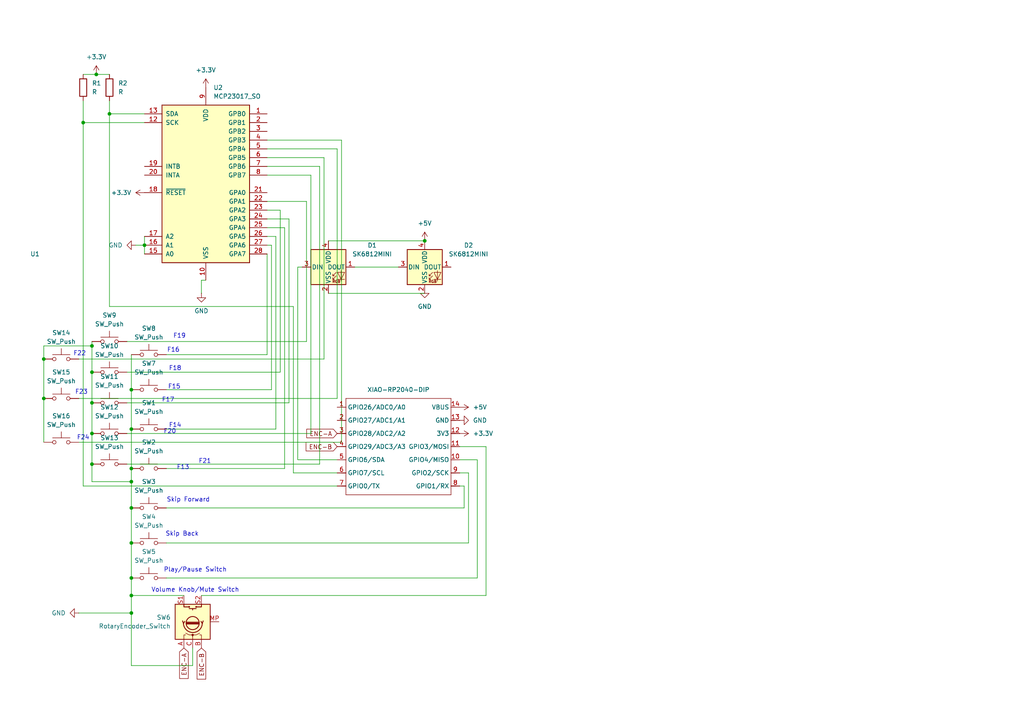
<source format=kicad_sch>
(kicad_sch (version 20250114) (generator "eeschema") (generator_version "9.0")
  (paper "A4")
  (lib_symbols
    (symbol "Device:R" (pin_numbers (hide yes)) (pin_names (offset 0))
      (property "Reference" "R" (at 2.032 0 90))
      (property "Value" "R" (at 0 0 90))
      (symbol "R_0_1"
        (rectangle (start -1.016 -2.54) (end 1.016 2.54) (stroke (width 0.254)))
      )
      (symbol "R_1_1"
        (pin passive line (at 0 3.81 270) (length 1.27) (name "~") (number "1"))
        (pin passive line (at 0 -3.81 90) (length 1.27) (name "~") (number "2"))
      )
    )
    (symbol "Device:RotaryEncoder_Switch_MP" (pin_names (offset 0.254) (hide yes))
      (property "Reference" "SW" (at 0 8.89 0))
      (property "Value" "RotaryEncoder_Switch_MP" (at 0 6.35 0))
      (symbol "RotaryEncoder_Switch_MP_0_1"
        (rectangle (start -5.08 5.08) (end 5.08 -5.08) (stroke (width 0.254)) (fill (type background)))
        (polyline (pts (xy -5.08 2.54) (xy -3.81 2.54) (xy -3.81 2.032)))
        (polyline (pts (xy -5.08 0) (xy -3.81 0) (xy -3.81 -1.016) (xy -3.302 -2.032)))
        (polyline (pts (xy -5.08 -2.54) (xy -3.81 -2.54) (xy -3.81 -2.032)))
        (polyline (pts (xy -4.318 0) (xy -3.81 0) (xy -3.81 1.016) (xy -3.302 2.032)))
        (circle (center -3.81 0) (radius 0.254) (fill (type outline)))
        (polyline (pts (xy -0.635 -1.778) (xy -0.635 1.778)) (stroke (width 0.254)))
        (circle (center -0.381 0) (radius 1.905) (stroke (width 0.254)))
        (polyline (pts (xy -0.381 -1.778) (xy -0.381 1.778)) (stroke (width 0.254)))
        (arc (start -0.381 -2.794) (mid -3.0988 -0.0635) (end -0.381 2.667) (stroke (width 0.254)))
        (polyline (pts (xy -0.127 1.778) (xy -0.127 -1.778)) (stroke (width 0.254)))
        (polyline (pts (xy 0.254 2.921) (xy -0.508 2.667) (xy 0.127 2.286)) (stroke (width 0.254)))
        (polyline (pts (xy 0.254 -3.048) (xy -0.508 -2.794) (xy 0.127 -2.413)) (stroke (width 0.254)))
        (polyline (pts (xy 3.81 1.016) (xy 3.81 -1.016)) (stroke (width 0.254)))
        (polyline (pts (xy 3.81 0) (xy 3.429 0)) (stroke (width 0.254)))
        (circle (center 4.318 1.016) (radius 0.127) (stroke (width 0.254)))
        (circle (center 4.318 -1.016) (radius 0.127) (stroke (width 0.254)))
        (polyline (pts (xy 5.08 2.54) (xy 4.318 2.54) (xy 4.318 1.016)) (stroke (width 0.254)))
        (polyline (pts (xy 5.08 -2.54) (xy 4.318 -2.54) (xy 4.318 -1.016)) (stroke (width 0.254)))
      )
      (symbol "RotaryEncoder_Switch_MP_1_1"
        (pin passive line (at -7.62 2.54 0) (length 2.54) (name "A") (number "A"))
        (pin passive line (at -7.62 0 0) (length 2.54) (name "C") (number "C"))
        (pin passive line (at -7.62 -2.54 0) (length 2.54) (name "B") (number "B"))
        (pin passive line (at 0 -7.62 90) (length 2.54) (name "MP") (number "MP"))
        (pin passive line (at 7.62 2.54 180) (length 2.54) (name "S1") (number "S1"))
        (pin passive line (at 7.62 -2.54 180) (length 2.54) (name "S2") (number "S2"))
      )
    )
    (symbol "Interface_Expansion:MCP23017_SO" (pin_names (offset 1.016))
      (property "Reference" "U" (at -11.43 24.13 0))
      (property "Value" "MCP23017_SO" (at 0 0 0))
      (symbol "MCP23017_SO_0_1"
        (rectangle (start -12.7 22.86) (end 12.7 -22.86) (stroke (width 0.254)) (fill (type background)))
      )
      (symbol "MCP23017_SO_1_1"
        (pin bidirectional line (at -17.78 20.32 0) (length 5.08) (name "SDA") (number "13"))
        (pin input line (at -17.78 17.78 0) (length 5.08) (name "SCK") (number "12"))
        (pin tri_state line (at -17.78 5.08 0) (length 5.08) (name "INTB") (number "19"))
        (pin tri_state line (at -17.78 2.54 0) (length 5.08) (name "INTA") (number "20"))
        (pin input line (at -17.78 -2.54 0) (length 5.08) (name "~{RESET}") (number "18"))
        (pin input line (at -17.78 -15.24 0) (length 5.08) (name "A2") (number "17"))
        (pin input line (at -17.78 -17.78 0) (length 5.08) (name "A1") (number "16"))
        (pin input line (at -17.78 -20.32 0) (length 5.08) (name "A0") (number "15"))
        (pin no_connect line (at -12.7 15.24 0) (length 5.08) (hide yes) (name "NC") (number "11"))
        (pin no_connect line (at -12.7 12.7 0) (length 5.08) (hide yes) (name "NC") (number "14"))
        (pin power_in line (at 0 27.94 270) (length 5.08) (name "VDD") (number "9"))
        (pin power_in line (at 0 -27.94 90) (length 5.08) (name "VSS") (number "10"))
        (pin bidirectional line (at 17.78 20.32 180) (length 5.08) (name "GPB0") (number "1"))
        (pin bidirectional line (at 17.78 17.78 180) (length 5.08) (name "GPB1") (number "2"))
        (pin bidirectional line (at 17.78 15.24 180) (length 5.08) (name "GPB2") (number "3"))
        (pin bidirectional line (at 17.78 12.7 180) (length 5.08) (name "GPB3") (number "4"))
        (pin bidirectional line (at 17.78 10.16 180) (length 5.08) (name "GPB4") (number "5"))
        (pin bidirectional line (at 17.78 7.62 180) (length 5.08) (name "GPB5") (number "6"))
        (pin bidirectional line (at 17.78 5.08 180) (length 5.08) (name "GPB6") (number "7"))
        (pin output line (at 17.78 2.54 180) (length 5.08) (name "GPB7") (number "8"))
        (pin bidirectional line (at 17.78 -2.54 180) (length 5.08) (name "GPA0") (number "21"))
        (pin bidirectional line (at 17.78 -5.08 180) (length 5.08) (name "GPA1") (number "22"))
        (pin bidirectional line (at 17.78 -7.62 180) (length 5.08) (name "GPA2") (number "23"))
        (pin bidirectional line (at 17.78 -10.16 180) (length 5.08) (name "GPA3") (number "24"))
        (pin bidirectional line (at 17.78 -12.7 180) (length 5.08) (name "GPA4") (number "25"))
        (pin bidirectional line (at 17.78 -15.24 180) (length 5.08) (name "GPA5") (number "26"))
        (pin bidirectional line (at 17.78 -17.78 180) (length 5.08) (name "GPA6") (number "27"))
        (pin output line (at 17.78 -20.32 180) (length 5.08) (name "GPA7") (number "28"))
      )
    )
    (symbol "LED:SK6812MINI" (pin_names (offset 0.254))
      (property "Reference" "D" (at 5.08 5.715 0))
      (property "Value" "SK6812MINI" (at 1.27 -5.715 0))
      (symbol "SK6812MINI_0_0"
        (text "RGB" (at 2.286 -4.191 0) (effects (font (size 0.762 0.762))))
      )
      (symbol "SK6812MINI_0_1"
        (polyline (pts (xy 1.27 -2.54) (xy 1.778 -2.54)))
        (polyline (pts (xy 1.27 -3.556) (xy 1.778 -3.556)))
        (polyline (pts (xy 2.286 -1.524) (xy 1.27 -2.54) (xy 1.27 -2.032)))
        (polyline (pts (xy 2.286 -2.54) (xy 1.27 -3.556) (xy 1.27 -3.048)))
        (polyline (pts (xy 3.683 -1.016) (xy 3.683 -3.556) (xy 3.683 -4.064)))
        (polyline (pts (xy 4.699 -1.524) (xy 2.667 -1.524) (xy 3.683 -3.556) (xy 4.699 -1.524)))
        (polyline (pts (xy 4.699 -3.556) (xy 2.667 -3.556)))
        (rectangle (start 5.08 5.08) (end -5.08 -5.08) (stroke (width 0.254)) (fill (type background)))
      )
      (symbol "SK6812MINI_1_1"
        (pin input line (at -7.62 0 0) (length 2.54) (name "DIN") (number "3"))
        (pin power_in line (at 0 7.62 270) (length 2.54) (name "VDD") (number "4"))
        (pin power_in line (at 0 -7.62 90) (length 2.54) (name "VSS") (number "2"))
        (pin output line (at 7.62 0 180) (length 2.54) (name "DOUT") (number "1"))
      )
    )
    (symbol "OPL:XIAO-RP2040-DIP"
      (property "Reference" "U" (at 0 0 0))
      (property "Value" "XIAO-RP2040-DIP" (at 5.334 -1.778 0))
      (symbol "XIAO-RP2040-DIP_1_0"
        (polyline (pts (xy -1.27 -2.54) (xy 29.21 -2.54)) (stroke (width 0.1524)))
        (polyline (pts (xy -1.27 -5.08) (xy -2.54 -5.08)) (stroke (width 0.1524)))
        (polyline (pts (xy -1.27 -5.08) (xy -1.27 -2.54)) (stroke (width 0.1524)))
        (polyline (pts (xy -1.27 -8.89) (xy -2.54 -8.89)) (stroke (width 0.1524)))
        (polyline (pts (xy -1.27 -8.89) (xy -1.27 -5.08)) (stroke (width 0.1524)))
        (polyline (pts (xy -1.27 -12.7) (xy -2.54 -12.7)) (stroke (width 0.1524)))
        (polyline (pts (xy -1.27 -12.7) (xy -1.27 -8.89)) (stroke (width 0.1524)))
        (polyline (pts (xy -1.27 -16.51) (xy -2.54 -16.51)) (stroke (width 0.1524)))
        (polyline (pts (xy -1.27 -16.51) (xy -1.27 -12.7)) (stroke (width 0.1524)))
        (polyline (pts (xy -1.27 -20.32) (xy -2.54 -20.32)) (stroke (width 0.1524)))
        (polyline (pts (xy -1.27 -24.13) (xy -2.54 -24.13)) (stroke (width 0.1524)))
        (polyline (pts (xy -1.27 -27.94) (xy -2.54 -27.94)) (stroke (width 0.1524)))
        (polyline (pts (xy -1.27 -30.48) (xy -1.27 -16.51)) (stroke (width 0.1524)))
        (polyline (pts (xy 29.21 -2.54) (xy 29.21 -5.08)) (stroke (width 0.1524)))
        (polyline (pts (xy 29.21 -5.08) (xy 29.21 -8.89)) (stroke (width 0.1524)))
        (polyline (pts (xy 29.21 -8.89) (xy 29.21 -12.7)) (stroke (width 0.1524)))
        (polyline (pts (xy 29.21 -12.7) (xy 29.21 -30.48)) (stroke (width 0.1524)))
        (polyline (pts (xy 29.21 -30.48) (xy -1.27 -30.48)) (stroke (width 0.1524)))
        (polyline (pts (xy 30.48 -5.08) (xy 29.21 -5.08)) (stroke (width 0.1524)))
        (polyline (pts (xy 30.48 -8.89) (xy 29.21 -8.89)) (stroke (width 0.1524)))
        (polyline (pts (xy 30.48 -12.7) (xy 29.21 -12.7)) (stroke (width 0.1524)))
        (polyline (pts (xy 30.48 -16.51) (xy 29.21 -16.51)) (stroke (width 0.1524)))
        (polyline (pts (xy 30.48 -20.32) (xy 29.21 -20.32)) (stroke (width 0.1524)))
        (polyline (pts (xy 30.48 -24.13) (xy 29.21 -24.13)) (stroke (width 0.1524)))
        (polyline (pts (xy 30.48 -27.94) (xy 29.21 -27.94)) (stroke (width 0.1524)))
        (pin passive line (at -3.81 -5.08 0) (length 2.54) (name "GPIO26/ADC0/A0") (number "1"))
        (pin passive line (at -3.81 -8.89 0) (length 2.54) (name "GPIO27/ADC1/A1") (number "2"))
        (pin passive line (at -3.81 -12.7 0) (length 2.54) (name "GPIO28/ADC2/A2") (number "3"))
        (pin passive line (at -3.81 -16.51 0) (length 2.54) (name "GPIO29/ADC3/A3") (number "4"))
        (pin passive line (at -3.81 -20.32 0) (length 2.54) (name "GPIO6/SDA") (number "5"))
        (pin passive line (at -3.81 -24.13 0) (length 2.54) (name "GPIO7/SCL") (number "6"))
        (pin passive line (at -3.81 -27.94 0) (length 2.54) (name "GPIO0/TX") (number "7"))
        (pin passive line (at 31.75 -5.08 180) (length 2.54) (name "VBUS") (number "14"))
        (pin passive line (at 31.75 -8.89 180) (length 2.54) (name "GND") (number "13"))
        (pin passive line (at 31.75 -12.7 180) (length 2.54) (name "3V3") (number "12"))
        (pin passive line (at 31.75 -16.51 180) (length 2.54) (name "GPIO3/MOSI") (number "11"))
        (pin passive line (at 31.75 -20.32 180) (length 2.54) (name "GPIO4/MISO") (number "10"))
        (pin passive line (at 31.75 -24.13 180) (length 2.54) (name "GPIO2/SCK") (number "9"))
        (pin passive line (at 31.75 -27.94 180) (length 2.54) (name "GPIO1/RX") (number "8"))
      )
    )
    (symbol "Switch:SW_Push" (pin_numbers (hide yes)) (pin_names (offset 1.016) (hide yes))
      (property "Reference" "SW" (at 1.27 2.54 0))
      (property "Value" "SW_Push" (at 0 -1.524 0))
      (symbol "SW_Push_0_1"
        (circle (center -2.032 0) (radius 0.508))
        (polyline (pts (xy 0 1.27) (xy 0 3.048)))
        (circle (center 2.032 0) (radius 0.508))
        (polyline (pts (xy 2.54 1.27) (xy -2.54 1.27)))
        (pin passive line (at -5.08 0 0) (length 2.54) (name "1") (number "1"))
        (pin passive line (at 5.08 0 180) (length 2.54) (name "2") (number "2"))
      )
    )
    (symbol "power:+3.3V" (power) (pin_numbers (hide yes)) (pin_names (offset 0) (hide yes))
      (property "Value" "+3.3V" (at 0 3.556 0))
      (symbol "+3.3V_0_1"
        (polyline (pts (xy -0.762 1.27) (xy 0 2.54)))
        (polyline (pts (xy 0 2.54) (xy 0.762 1.27)))
        (polyline (pts (xy 0 0) (xy 0 2.54)))
      )
      (symbol "+3.3V_1_1"
        (pin power_in line (at 0 0 90) (length 0) (name "~") (number "1"))
      )
    )
    (symbol "power:+5V" (power) (pin_numbers (hide yes)) (pin_names (offset 0) (hide yes))
      (property "Value" "+5V" (at 0 3.556 0))
      (symbol "+5V_0_1"
        (polyline (pts (xy -0.762 1.27) (xy 0 2.54)))
        (polyline (pts (xy 0 2.54) (xy 0.762 1.27)))
        (polyline (pts (xy 0 0) (xy 0 2.54)))
      )
      (symbol "+5V_1_1"
        (pin power_in line (at 0 0 90) (length 0) (name "~") (number "1"))
      )
    )
    (symbol "power:GND" (power) (pin_numbers (hide yes)) (pin_names (offset 0) (hide yes))
      (property "Value" "GND" (at 0 -3.81 0))
      (symbol "GND_0_1"
        (polyline (pts (xy 0 0) (xy 0 -1.27) (xy 1.27 -1.27) (xy 0 -2.54) (xy -1.27 -1.27) (xy 0 -1.27)))
      )
      (symbol "GND_1_1"
        (pin power_in line (at 0 0 270) (length 0) (name "~") (number "1"))
      )
    )
  )
  (text "F16" (at 50.292 101.6 0) (effects (font (size 1.27 1.27))))
  (text "F18\n" (at 50.8 106.934 0) (effects (font (size 1.27 1.27))))
  (text "F13" (at 53.086 135.636 0) (effects (font (size 1.27 1.27))))
  (text "F17" (at 48.768 116.078 0) (effects (font (size 1.27 1.27))))
  (text "F23" (at 23.622 113.792 0) (effects (font (size 1.27 1.27))))
  (text "Volume Knob/Mute Switch" (at 56.642 171.196 0) (effects (font (size 1.27 1.27))))
  (text "F19" (at 52.07 97.536 0) (effects (font (size 1.27 1.27))))
  (text "Skip Forward" (at 54.61 145.034 0) (effects (font (size 1.27 1.27))))
  (text "F20" (at 49.276 125.222 0) (effects (font (size 1.27 1.27))))
  (text "F22" (at 23.114 102.616 0) (effects (font (size 1.27 1.27))))
  (text "F24" (at 24.13 127 0) (effects (font (size 1.27 1.27))))
  (text "F15" (at 50.546 112.268 0) (effects (font (size 1.27 1.27))))
  (text "Skip Back" (at 52.832 154.94 0) (effects (font (size 1.27 1.27))))
  (text "F21" (at 59.436 133.858 0) (effects (font (size 1.27 1.27))))
  (text "Play/Pause Switch" (at 56.642 165.354 0) (effects (font (size 1.27 1.27))))
  (text "F14\n" (at 50.8 123.444 0) (effects (font (size 1.27 1.27))))
  (junction (at 123.19 69.85))
  (junction (at 26.67 100.33))
  (junction (at 41.91 71.12))
  (junction (at 38.1 177.8))
  (junction (at 38.1 124.46))
  (junction (at 38.1 167.64))
  (junction (at 26.67 125.73))
  (junction (at 26.67 116.84))
  (junction (at 12.7 115.57))
  (junction (at 38.1 147.32))
  (junction (at 26.67 107.95))
  (junction (at 38.1 157.48))
  (junction (at 38.1 135.89))
  (junction (at 12.7 104.14))
  (junction (at 26.67 134.62))
  (junction (at 38.1 172.72))
  (junction (at 38.1 139.7))
  (junction (at 27.94 21.59))
  (junction (at 38.1 113.03))
  (junction (at 24.13 35.56))
  (junction (at 31.75 33.02))
  (wire (pts (xy 88.9 58.42) (xy 77.47 58.42)))
  (wire (pts (xy 36.83 107.95) (xy 81.28 107.95)))
  (wire (pts (xy 12.7 100.33) (xy 26.67 100.33)))
  (wire (pts (xy 26.67 107.95) (xy 26.67 116.84)))
  (wire (pts (xy 26.67 125.73) (xy 26.67 134.62)))
  (wire (pts (xy 38.1 172.72) (xy 53.34 172.72)))
  (wire (pts (xy 27.94 21.59) (xy 31.75 21.59)))
  (wire (pts (xy 24.13 140.97) (xy 97.79 140.97)))
  (wire (pts (xy 134.62 147.32) (xy 134.62 140.97)))
  (wire (pts (xy 140.97 129.54) (xy 133.35 129.54)))
  (wire (pts (xy 82.55 66.04) (xy 77.47 66.04)))
  (wire (pts (xy 31.75 33.02) (xy 41.91 33.02)))
  (wire (pts (xy 26.67 134.62) (xy 26.67 139.7)))
  (wire (pts (xy 38.1 167.64) (xy 38.1 172.72)))
  (wire (pts (xy 22.86 104.14) (xy 93.98 104.14)))
  (wire (pts (xy 22.86 177.8) (xy 38.1 177.8)))
  (wire (pts (xy 48.26 157.48) (xy 135.89 157.48)))
  (wire (pts (xy 102.87 77.47) (xy 115.57 77.47)))
  (wire (pts (xy 135.89 157.48) (xy 135.89 137.16)))
  (wire (pts (xy 26.67 139.7) (xy 38.1 139.7)))
  (wire (pts (xy 22.86 115.57) (xy 97.79 115.57)))
  (wire (pts (xy 99.06 40.64) (xy 77.47 40.64)))
  (wire (pts (xy 26.67 116.84) (xy 26.67 125.73)))
  (wire (pts (xy 138.43 133.35) (xy 138.43 167.64)))
  (wire (pts (xy 83.82 63.5) (xy 77.47 63.5)))
  (wire (pts (xy 41.91 71.12) (xy 41.91 68.58)))
  (wire (pts (xy 134.62 140.97) (xy 133.35 140.97)))
  (wire (pts (xy 31.75 88.9) (xy 85.09 88.9)))
  (wire (pts (xy 31.75 88.9) (xy 31.75 33.02)))
  (wire (pts (xy 85.09 88.9) (xy 85.09 137.16)))
  (wire (pts (xy 24.13 35.56) (xy 41.91 35.56)))
  (wire (pts (xy 97.79 43.18) (xy 77.47 43.18)))
  (wire (pts (xy 38.1 147.32) (xy 38.1 157.48)))
  (wire (pts (xy 58.42 81.28) (xy 58.42 85.09)))
  (wire (pts (xy 90.17 125.73) (xy 90.17 50.8)))
  (wire (pts (xy 85.09 137.16) (xy 97.79 137.16)))
  (wire (pts (xy 55.88 193.04) (xy 55.88 187.96)))
  (wire (pts (xy 82.55 66.04) (xy 82.55 135.89)))
  (wire (pts (xy 88.9 99.06) (xy 88.9 58.42)))
  (wire (pts (xy 48.26 147.32) (xy 134.62 147.32)))
  (wire (pts (xy 48.26 167.64) (xy 138.43 167.64)))
  (wire (pts (xy 38.1 102.87) (xy 38.1 113.03)))
  (wire (pts (xy 138.43 133.35) (xy 133.35 133.35)))
  (wire (pts (xy 81.28 60.96) (xy 77.47 60.96)))
  (wire (pts (xy 86.36 133.35) (xy 97.79 133.35)))
  (wire (pts (xy 93.98 45.72) (xy 77.47 45.72)))
  (wire (pts (xy 12.7 104.14) (xy 12.7 100.33)))
  (wire (pts (xy 38.1 124.46) (xy 38.1 135.89)))
  (wire (pts (xy 38.1 139.7) (xy 38.1 147.32)))
  (wire (pts (xy 95.25 85.09) (xy 123.19 85.09)))
  (wire (pts (xy 38.1 193.04) (xy 55.88 193.04)))
  (wire (pts (xy 83.82 63.5) (xy 83.82 116.84)))
  (wire (pts (xy 93.98 104.14) (xy 93.98 45.72)))
  (wire (pts (xy 41.91 71.12) (xy 41.91 73.66)))
  (wire (pts (xy 26.67 100.33) (xy 26.67 107.95)))
  (wire (pts (xy 36.83 134.62) (xy 92.71 134.62)))
  (wire (pts (xy 48.26 135.89) (xy 82.55 135.89)))
  (wire (pts (xy 38.1 177.8) (xy 38.1 193.04)))
  (wire (pts (xy 38.1 172.72) (xy 38.1 177.8)))
  (wire (pts (xy 80.01 68.58) (xy 77.47 68.58)))
  (wire (pts (xy 58.42 172.72) (xy 140.97 172.72)))
  (wire (pts (xy 78.74 113.03) (xy 78.74 71.12)))
  (wire (pts (xy 38.1 113.03) (xy 38.1 124.46)))
  (wire (pts (xy 24.13 35.56) (xy 24.13 140.97)))
  (wire (pts (xy 59.69 81.28) (xy 58.42 81.28)))
  (wire (pts (xy 24.13 21.59) (xy 27.94 21.59)))
  (wire (pts (xy 81.28 107.95) (xy 81.28 60.96)))
  (wire (pts (xy 86.36 77.47) (xy 87.63 77.47)))
  (wire (pts (xy 86.36 77.47) (xy 86.36 133.35)))
  (wire (pts (xy 38.1 135.89) (xy 38.1 139.7)))
  (wire (pts (xy 77.47 102.87) (xy 77.47 73.66)))
  (wire (pts (xy 36.83 99.06) (xy 88.9 99.06)))
  (wire (pts (xy 36.83 116.84) (xy 83.82 116.84)))
  (wire (pts (xy 48.26 113.03) (xy 78.74 113.03)))
  (wire (pts (xy 99.06 128.27) (xy 99.06 40.64)))
  (wire (pts (xy 22.86 128.27) (xy 99.06 128.27)))
  (wire (pts (xy 140.97 172.72) (xy 140.97 129.54)))
  (wire (pts (xy 48.26 124.46) (xy 80.01 124.46)))
  (wire (pts (xy 80.01 124.46) (xy 80.01 68.58)))
  (wire (pts (xy 31.75 29.21) (xy 31.75 33.02)))
  (wire (pts (xy 39.37 71.12) (xy 41.91 71.12)))
  (wire (pts (xy 24.13 29.21) (xy 24.13 35.56)))
  (wire (pts (xy 78.74 71.12) (xy 77.47 71.12)))
  (wire (pts (xy 12.7 115.57) (xy 12.7 104.14)))
  (wire (pts (xy 92.71 48.26) (xy 77.47 48.26)))
  (wire (pts (xy 12.7 128.27) (xy 12.7 115.57)))
  (wire (pts (xy 135.89 137.16) (xy 133.35 137.16)))
  (wire (pts (xy 90.17 50.8) (xy 77.47 50.8)))
  (wire (pts (xy 38.1 157.48) (xy 38.1 167.64)))
  (wire (pts (xy 48.26 102.87) (xy 77.47 102.87)))
  (wire (pts (xy 95.25 69.85) (xy 123.19 69.85)))
  (wire (pts (xy 36.83 125.73) (xy 90.17 125.73)))
  (wire (pts (xy 97.79 115.57) (xy 97.79 43.18)))
  (wire (pts (xy 26.67 99.06) (xy 26.67 100.33)))
  (wire (pts (xy 92.71 134.62) (xy 92.71 48.26)))
  (global_label "ENC-A" (shape input) (at 97.79 125.73 180) (property "Intersheetrefs" "${INTERSHEET_REFS}" (effects (hide yes))))
  (global_label "ENC-B" (shape input) (at 97.79 129.54 180) (property "Intersheetrefs" "${INTERSHEET_REFS}" (effects (hide yes))))
  (global_label "ENC-A" (shape input) (at 53.34 187.96 270) (property "Intersheetrefs" "${INTERSHEET_REFS}" (effects (hide yes))))
  (global_label "ENC-B" (shape input) (at 58.42 187.96 270) (property "Intersheetrefs" "${INTERSHEET_REFS}" (effects (hide yes))))
  (symbol (lib_id "Switch:SW_Push") (at 43.18 147.32 0) (unit 1)
    (property "Reference" "SW3" (at 43.18 139.7 0))
    (property "Value" "SW_Push" (at 43.18 142.24 0))
    (property "Footprint" "Button_Switch_Keyboard:SW_Cherry_MX_1.00u_PCB" (effects (hide yes)))
    (property "Description" "Push button switch, generic, two pins" (effects (hide yes)))
  )
  (symbol (lib_id "power:+5V") (at 123.19 69.85 0) (unit 1)
    (property "Reference" "#PWR05" (effects (hide yes)))
    (property "Value" "+5V" (at 123.19 64.77 0))
    (property "Description" "Power symbol creates a global label with name \"+5V\"" (effects (hide yes)))
  )
  (symbol (lib_id "power:GND") (at 22.86 177.8 270) (unit 1)
    (property "Reference" "#PWR01" (effects (hide yes)))
    (property "Value" "GND" (at 19.05 177.7999 90) (effects (justify right)))
    (property "Description" "Power symbol creates a global label with name \"GND\" , ground" (effects (hide yes)))
  )
  (symbol (lib_id "Switch:SW_Push") (at 31.75 99.06 0) (unit 1)
    (property "Reference" "SW9" (at 31.75 91.44 0))
    (property "Value" "SW_Push" (at 31.75 93.98 0))
    (property "Footprint" "Button_Switch_Keyboard:SW_Cherry_MX_1.00u_PCB" (effects (hide yes)))
    (property "Description" "Push button switch, generic, two pins" (effects (hide yes)))
  )
  (symbol (lib_id "Interface_Expansion:MCP23017_SO") (at 59.69 53.34 0) (unit 1)
    (property "Reference" "U2" (at 61.8841 25.4 0) (effects (justify left)))
    (property "Value" "MCP23017_SO" (at 61.8841 27.94 0) (effects (justify left)))
    (property "Footprint" "Package_SO:SOIC-28W_7.5x17.9mm_P1.27mm" (effects (hide yes)))
    (property "Datasheet" "https://ww1.microchip.com/downloads/aemDocuments/documents/APID/ProductDocuments/DataSheets/MCP23017-Data-Sheet-DS20001952.pdf" (effects (hide yes)))
    (property "Description" "16-bit I/O expander, I2C, interrupts, w pull-ups, GPA/B7 output only (https://microchip.my.site.com/s/article/GPA7---GPB7-Cannot-Be-Used-as-Inputs-In-MCP23017),  SOIC-28" (effects (hide yes)))
  )
  (symbol (lib_id "Switch:SW_Push") (at 31.75 125.73 0) (unit 1)
    (property "Reference" "SW12" (at 31.75 118.11 0))
    (property "Value" "SW_Push" (at 31.75 120.65 0))
    (property "Footprint" "Button_Switch_Keyboard:SW_Cherry_MX_1.00u_PCB" (effects (hide yes)))
    (property "Description" "Push button switch, generic, two pins" (effects (hide yes)))
  )
  (symbol (lib_id "Switch:SW_Push") (at 43.18 102.87 0) (unit 1)
    (property "Reference" "SW8" (at 43.18 95.25 0))
    (property "Value" "SW_Push" (at 43.18 97.79 0))
    (property "Footprint" "Button_Switch_Keyboard:SW_Cherry_MX_1.00u_PCB" (effects (hide yes)))
    (property "Description" "Push button switch, generic, two pins" (effects (hide yes)))
  )
  (symbol (lib_id "Switch:SW_Push") (at 43.18 167.64 0) (unit 1)
    (property "Reference" "SW5" (at 43.18 160.02 0))
    (property "Value" "SW_Push" (at 43.18 162.56 0))
    (property "Footprint" "Button_Switch_Keyboard:SW_Cherry_MX_1.00u_PCB" (effects (hide yes)))
    (property "Description" "Push button switch, generic, two pins" (effects (hide yes)))
  )
  (symbol (lib_id "power:+3.3V") (at 41.91 55.88 90) (unit 1)
    (property "Reference" "#PWR09" (effects (hide yes)))
    (property "Value" "+3.3V" (at 38.1 55.8799 90) (effects (justify left)))
    (property "Description" "Power symbol creates a global label with name \"+3.3V\"" (effects (hide yes)))
  )
  (symbol (lib_id "power:GND") (at 39.37 71.12 270) (unit 1)
    (property "Reference" "#PWR010" (effects (hide yes)))
    (property "Value" "GND" (at 35.56 71.1199 90) (effects (justify right)))
    (property "Description" "Power symbol creates a global label with name \"GND\" , ground" (effects (hide yes)))
  )
  (symbol (lib_id "Device:R") (at 24.13 25.4 0) (unit 1)
    (property "Reference" "R1" (at 26.67 24.1299 0) (effects (justify left)))
    (property "Value" "R" (at 26.67 26.6699 0) (effects (justify left)))
    (property "Footprint" "Resistor_THT:R_Axial_DIN0204_L3.6mm_D1.6mm_P7.62mm_Horizontal" (effects (hide yes)))
    (property "Description" "Resistor" (effects (hide yes)))
  )
  (symbol (lib_id "Device:RotaryEncoder_Switch_MP") (at 55.88 180.34 90) (unit 1)
    (property "Reference" "SW6" (at 49.53 179.0699 90) (effects (justify left)))
    (property "Value" "RotaryEncoder_Switch" (at 49.53 181.6099 90) (effects (justify left)))
    (property "Footprint" "Rotary_Encoder:RotaryEncoder_Alps_EC11E-Switch_Vertical_H20mm_CircularMountingHoles" (effects (hide yes)))
    (property "Description" "Rotary encoder, dual channel, incremental quadrate outputs, with switch and MP Pin" (effects (hide yes)))
  )
  (symbol (lib_id "power:GND") (at 123.19 83.82 0) (unit 1)
    (property "Reference" "#PWR04" (effects (hide yes)))
    (property "Value" "GND" (at 123.19 88.9 0))
    (property "Description" "Power symbol creates a global label with name \"GND\" , ground" (effects (hide yes)))
  )
  (symbol (lib_id "power:GND") (at 133.35 121.92 90) (unit 1)
    (property "Reference" "#PWR03" (effects (hide yes)))
    (property "Value" "GND" (at 137.16 121.9199 90) (effects (justify right)))
    (property "Description" "Power symbol creates a global label with name \"GND\" , ground" (effects (hide yes)))
  )
  (symbol (lib_id "Device:R") (at 31.75 25.4 0) (unit 1)
    (property "Reference" "R2" (at 34.29 24.1299 0) (effects (justify left)))
    (property "Value" "R" (at 34.29 26.6699 0) (effects (justify left)))
    (property "Footprint" "Resistor_THT:R_Axial_DIN0204_L3.6mm_D1.6mm_P7.62mm_Horizontal" (effects (hide yes)))
    (property "Description" "Resistor" (effects (hide yes)))
  )
  (symbol (lib_id "Switch:SW_Push") (at 43.18 157.48 0) (unit 1)
    (property "Reference" "SW4" (at 43.18 149.86 0))
    (property "Value" "SW_Push" (at 43.18 152.4 0))
    (property "Footprint" "Button_Switch_Keyboard:SW_Cherry_MX_1.00u_PCB" (effects (hide yes)))
    (property "Description" "Push button switch, generic, two pins" (effects (hide yes)))
  )
  (symbol (lib_id "LED:SK6812MINI") (at 123.19 77.47 0) (unit 1)
    (property "Reference" "D2" (at 135.89 71.1514 0))
    (property "Value" "SK6812MINI" (at 135.89 73.6914 0))
    (property "Footprint" "LED_SMD:LED_SK6812MINI_PLCC4_3.5x3.5mm_P1.75mm" (effects (hide yes)))
    (property "Datasheet" "https://cdn-shop.adafruit.com/product-files/2686/SK6812MINI_REV.01-1-2.pdf" (effects (hide yes)))
    (property "Description" "RGB LED with integrated controller" (effects (hide yes)))
  )
  (symbol (lib_id "power:GND") (at 58.42 85.09 0) (unit 1)
    (property "Reference" "#PWR08" (effects (hide yes)))
    (property "Value" "GND" (at 58.42 90.17 0))
    (property "Description" "Power symbol creates a global label with name \"GND\" , ground" (effects (hide yes)))
  )
  (symbol (lib_id "Switch:SW_Push") (at 43.18 113.03 0) (unit 1)
    (property "Reference" "SW7" (at 43.18 105.41 0))
    (property "Value" "SW_Push" (at 43.18 107.95 0))
    (property "Footprint" "Button_Switch_Keyboard:SW_Cherry_MX_1.00u_PCB" (effects (hide yes)))
    (property "Description" "Push button switch, generic, two pins" (effects (hide yes)))
  )
  (symbol (lib_id "power:+3.3V") (at 133.35 125.73 270) (unit 1)
    (property "Reference" "#PWR011" (effects (hide yes)))
    (property "Value" "+3.3V" (at 137.16 125.7299 90) (effects (justify left)))
    (property "Description" "Power symbol creates a global label with name \"+3.3V\"" (effects (hide yes)))
  )
  (symbol (lib_id "power:+3.3V") (at 59.69 25.4 0) (unit 1)
    (property "Reference" "#PWR07" (effects (hide yes)))
    (property "Value" "+3.3V" (at 59.69 20.32 0))
    (property "Description" "Power symbol creates a global label with name \"+3.3V\"" (effects (hide yes)))
  )
  (symbol (lib_id "Switch:SW_Push") (at 43.18 124.46 0) (unit 1)
    (property "Reference" "SW1" (at 43.18 116.84 0))
    (property "Value" "SW_Push" (at 43.18 119.38 0))
    (property "Footprint" "Button_Switch_Keyboard:SW_Cherry_MX_1.00u_PCB" (effects (hide yes)))
    (property "Description" "Push button switch, generic, two pins" (effects (hide yes)))
  )
  (symbol (lib_id "power:+5V") (at 133.35 118.11 270) (unit 1)
    (property "Reference" "#PWR02" (effects (hide yes)))
    (property "Value" "+5V" (at 137.16 118.1099 90) (effects (justify left)))
    (property "Description" "Power symbol creates a global label with name \"+5V\"" (effects (hide yes)))
  )
  (symbol (lib_id "power:+3.3V") (at 27.94 21.59 0) (unit 1)
    (property "Reference" "#PWR012" (effects (hide yes)))
    (property "Value" "+3.3V" (at 27.94 16.51 0))
    (property "Description" "Power symbol creates a global label with name \"+3.3V\"" (effects (hide yes)))
  )
  (symbol (lib_id "Switch:SW_Push") (at 31.75 134.62 0) (unit 1)
    (property "Reference" "SW13" (at 31.75 127 0))
    (property "Value" "SW_Push" (at 31.75 129.54 0))
    (property "Footprint" "Button_Switch_Keyboard:SW_Cherry_MX_1.00u_PCB" (effects (hide yes)))
    (property "Description" "Push button switch, generic, two pins" (effects (hide yes)))
  )
  (symbol (lib_id "Switch:SW_Push") (at 43.18 135.89 0) (unit 1)
    (property "Reference" "SW2" (at 43.18 128.27 0))
    (property "Value" "SW_Push" (at 43.18 130.81 0))
    (property "Footprint" "Button_Switch_Keyboard:SW_Cherry_MX_1.00u_PCB" (effects (hide yes)))
    (property "Description" "Push button switch, generic, two pins" (effects (hide yes)))
  )
  (symbol (lib_id "OPL:XIAO-RP2040-DIP") (at 101.6 113.03 0) (unit 1)
    (property "Reference" "U1" (at 10.16 73.66 0))
    (property "Value" "XIAO-RP2040-DIP" (at 115.57 113.03 0))
    (property "Footprint" "OPL:XIAO-RP2040-DIP" (effects (hide yes)))
  )
  (symbol (lib_id "Switch:SW_Push") (at 17.78 104.14 0) (unit 1)
    (property "Reference" "SW14" (at 17.78 96.52 0))
    (property "Value" "SW_Push" (at 17.78 99.06 0))
    (property "Footprint" "Button_Switch_Keyboard:SW_Cherry_MX_1.00u_PCB" (effects (hide yes)))
    (property "Description" "Push button switch, generic, two pins" (effects (hide yes)))
  )
  (symbol (lib_id "Switch:SW_Push") (at 17.78 115.57 0) (unit 1)
    (property "Reference" "SW15" (at 17.78 107.95 0))
    (property "Value" "SW_Push" (at 17.78 110.49 0))
    (property "Footprint" "Button_Switch_Keyboard:SW_Cherry_MX_1.00u_PCB" (effects (hide yes)))
    (property "Description" "Push button switch, generic, two pins" (effects (hide yes)))
  )
  (symbol (lib_id "Switch:SW_Push") (at 17.78 128.27 0) (unit 1)
    (property "Reference" "SW16" (at 17.78 120.65 0))
    (property "Value" "SW_Push" (at 17.78 123.19 0))
    (property "Footprint" "Button_Switch_Keyboard:SW_Cherry_MX_1.00u_PCB" (effects (hide yes)))
    (property "Description" "Push button switch, generic, two pins" (effects (hide yes)))
  )
  (symbol (lib_id "LED:SK6812MINI") (at 95.25 77.47 0) (unit 1)
    (property "Reference" "D1" (at 107.95 71.1514 0))
    (property "Value" "SK6812MINI" (at 107.95 73.6914 0))
    (property "Footprint" "LED_SMD:LED_SK6812MINI_PLCC4_3.5x3.5mm_P1.75mm" (effects (hide yes)))
    (property "Datasheet" "https://cdn-shop.adafruit.com/product-files/2686/SK6812MINI_REV.01-1-2.pdf" (effects (hide yes)))
    (property "Description" "RGB LED with integrated controller" (effects (hide yes)))
  )
  (symbol (lib_id "Switch:SW_Push") (at 31.75 116.84 0) (unit 1)
    (property "Reference" "SW11" (at 31.75 109.22 0))
    (property "Value" "SW_Push" (at 31.75 111.76 0))
    (property "Footprint" "Button_Switch_Keyboard:SW_Cherry_MX_1.00u_PCB" (effects (hide yes)))
    (property "Description" "Push button switch, generic, two pins" (effects (hide yes)))
  )
  (symbol (lib_id "Switch:SW_Push") (at 31.75 107.95 0) (unit 1)
    (property "Reference" "SW10" (at 31.75 100.33 0))
    (property "Value" "SW_Push" (at 31.75 102.87 0))
    (property "Footprint" "Button_Switch_Keyboard:SW_Cherry_MX_1.00u_PCB" (effects (hide yes)))
    (property "Description" "Push button switch, generic, two pins" (effects (hide yes)))
  )
)
</source>
